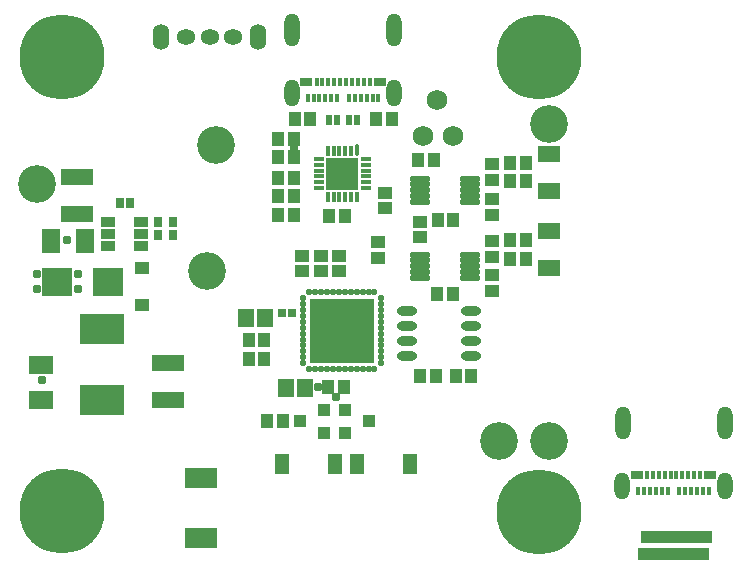
<source format=gbr>
%FSTAX23Y23*%
%MOIN*%
%SFA1B1*%

%IPPOS*%
%AMD82*
4,1,8,0.027600,0.009500,-0.027600,0.009500,-0.032900,0.004100,-0.032900,-0.004100,-0.027600,-0.009500,0.027600,-0.009500,0.032900,-0.004100,0.032900,0.004100,0.027600,0.009500,0.0*
1,1,0.010756,0.027600,0.004100*
1,1,0.010756,-0.027600,0.004100*
1,1,0.010756,-0.027600,-0.004100*
1,1,0.010756,0.027600,-0.004100*
%
%AMD91*
4,1,8,-0.008900,0.007100,-0.008900,-0.007100,-0.005200,-0.010900,0.005200,-0.010900,0.008900,-0.007100,0.008900,0.007100,0.005200,0.010900,-0.005200,0.010900,-0.008900,0.007100,0.0*
1,1,0.007444,-0.005200,0.007100*
1,1,0.007444,-0.005200,-0.007100*
1,1,0.007444,0.005200,-0.007100*
1,1,0.007444,0.005200,0.007100*
%
%AMD92*
4,1,8,0.007100,0.008900,-0.007100,0.008900,-0.010900,0.005200,-0.010900,-0.005200,-0.007100,-0.008900,0.007100,-0.008900,0.010900,-0.005200,0.010900,0.005200,0.007100,0.008900,0.0*
1,1,0.007444,0.007100,0.005200*
1,1,0.007444,-0.007100,0.005200*
1,1,0.007444,-0.007100,-0.005200*
1,1,0.007444,0.007100,-0.005200*
%
%AMD93*
4,1,8,0.007100,-0.015800,0.007100,0.015800,0.004800,0.018100,-0.004800,0.018100,-0.007100,0.015800,-0.007100,-0.015800,-0.004800,-0.018100,0.004800,-0.018100,0.007100,-0.015800,0.0*
1,1,0.004716,0.004800,-0.015800*
1,1,0.004716,0.004800,0.015800*
1,1,0.004716,-0.004800,0.015800*
1,1,0.004716,-0.004800,-0.015800*
%
%AMD94*
4,1,8,0.007100,-0.016200,0.007100,0.016200,0.004800,0.018500,-0.004800,0.018500,-0.007100,0.016200,-0.007100,-0.016200,-0.004800,-0.018500,0.004800,-0.018500,0.007100,-0.016200,0.0*
1,1,0.004716,0.004800,-0.016200*
1,1,0.004716,0.004800,0.016200*
1,1,0.004716,-0.004800,0.016200*
1,1,0.004716,-0.004800,-0.016200*
%
%AMD95*
4,1,8,0.015800,0.007100,-0.015800,0.007100,-0.018100,0.004800,-0.018100,-0.004800,-0.015800,-0.007100,0.015800,-0.007100,0.018100,-0.004800,0.018100,0.004800,0.015800,0.007100,0.0*
1,1,0.004716,0.015800,0.004800*
1,1,0.004716,-0.015800,0.004800*
1,1,0.004716,-0.015800,-0.004800*
1,1,0.004716,0.015800,-0.004800*
%
%ADD64C,0.068000*%
%ADD65C,0.283591*%
%ADD66O,0.051307X0.090677*%
%ADD67O,0.051307X0.110362*%
%ADD68O,0.055240X0.086740*%
%ADD69O,0.063118X0.051307*%
%ADD70C,0.126110*%
%ADD80R,0.049339X0.070992*%
%ADD81R,0.019811X0.039496*%
G04~CAMADD=82~8~0.0~0.0~658.7~190.2~53.8~0.0~15~0.0~0.0~0.0~0.0~0~0.0~0.0~0.0~0.0~0~0.0~0.0~0.0~0.0~658.7~190.2*
%ADD82D82*%
%ADD83R,0.041465X0.045402*%
%ADD84R,0.074929X0.053276*%
%ADD85R,0.047370X0.043433*%
%ADD86R,0.015811X0.031559*%
%ADD87R,0.043370X0.031559*%
%ADD88R,0.027685X0.031622*%
%ADD89R,0.055181X0.059118*%
%ADD90R,0.216598X0.216598*%
G04~CAMADD=91~8~0.0~0.0~217.2~177.8~37.2~0.0~15~0.0~0.0~0.0~0.0~0~0.0~0.0~0.0~0.0~0~0.0~0.0~0.0~90.0~178.0~218.0*
%ADD91D91*%
G04~CAMADD=92~8~0.0~0.0~217.2~177.8~37.2~0.0~15~0.0~0.0~0.0~0.0~0~0.0~0.0~0.0~0.0~0~0.0~0.0~0.0~0.0~217.2~177.8*
%ADD92D92*%
G04~CAMADD=93~8~0.0~0.0~362.8~142.4~23.6~0.0~15~0.0~0.0~0.0~0.0~0~0.0~0.0~0.0~0.0~0~0.0~0.0~0.0~270.0~142.0~362.0*
%ADD93D93*%
G04~CAMADD=94~8~0.0~0.0~370.7~142.4~23.6~0.0~15~0.0~0.0~0.0~0.0~0~0.0~0.0~0.0~0.0~0~0.0~0.0~0.0~270.0~142.0~370.0*
%ADD94D94*%
G04~CAMADD=95~8~0.0~0.0~362.8~142.4~23.6~0.0~15~0.0~0.0~0.0~0.0~0~0.0~0.0~0.0~0.0~0~0.0~0.0~0.0~0.0~362.8~142.4*
%ADD95D95*%
%ADD96R,0.110299X0.110299*%
%ADD97R,0.145795X0.100520*%
%ADD98R,0.043433X0.047370*%
%ADD99R,0.106425X0.053276*%
%ADD100R,0.104457X0.092646*%
%ADD101R,0.078866X0.059181*%
%ADD102R,0.045402X0.033591*%
%ADD103R,0.031622X0.033197*%
%ADD104R,0.031622X0.037528*%
%ADD105R,0.059181X0.078866*%
%ADD106R,0.045402X0.043433*%
%ADD107R,0.045402X0.041465*%
%ADD108R,0.110362X0.067055*%
%ADD109R,0.043433X0.039496*%
%ADD110O,0.067055X0.031622*%
%ADD111R,0.023748X0.035559*%
%ADD112C,0.031000*%
%ADD113C,0.024000*%
%LNpcb_power_measurement_soldermask_top-1*%
%LPD*%
G54D64*
X03662Y0313D03*
X03762D03*
X0371Y0325D03*
G54D65*
X02461Y0188D03*
X04049Y01875D03*
Y03393D03*
X02461D03*
G54D66*
X04328Y01962D03*
X04669D03*
X03567Y03272D03*
X03227D03*
G54D67*
X04329Y02173D03*
X04669D03*
X03568Y03482D03*
X03228D03*
G54D68*
X02791Y03459D03*
X03114D03*
G54D69*
X03031Y03459D03*
X02874D03*
X02952D03*
G54D70*
X02975Y031D03*
X03918Y02111D03*
X02945Y02677D03*
X02376Y02969D03*
X04085Y02111D03*
Y03169D03*
G54D80*
X03369Y02034D03*
X03194D03*
X03619Y02035D03*
X03444D03*
G54D81*
X04607Y01734D03*
X04587D03*
X04568D03*
X04548D03*
X04528D03*
X04509D03*
X04489D03*
X04469D03*
X0445D03*
X0443D03*
X0441D03*
X0439D03*
X044Y01793D03*
X0442D03*
X0444D03*
X04459D03*
X04479D03*
X04499D03*
X04518D03*
X04538D03*
X04558D03*
X04577D03*
X04597D03*
X04617D03*
G54D82*
X03652Y02733D03*
Y02714D03*
Y02694D03*
Y02674D03*
Y02654D03*
X03821D03*
Y02674D03*
Y02694D03*
Y02714D03*
Y02733D03*
X03652Y02986D03*
Y02967D03*
Y02947D03*
Y02927D03*
Y02908D03*
X03821D03*
Y02927D03*
Y02947D03*
Y02967D03*
Y02986D03*
G54D83*
X03699Y03049D03*
X03648D03*
X03711Y02603D03*
X03762D03*
X04006Y02977D03*
X03955D03*
X04006Y02782D03*
X03955D03*
X04006Y02719D03*
X03955D03*
X03763Y02847D03*
X03712D03*
X04006Y0304D03*
X03955D03*
X03145Y02179D03*
X03196D03*
X03773Y02328D03*
X03824D03*
X03181Y02927D03*
X03232D03*
Y02864D03*
X03181D03*
X03232Y0299D03*
X03181D03*
X03507Y03185D03*
X03559D03*
X03236D03*
X03287D03*
G54D84*
X04085Y02687D03*
Y02812D03*
Y02945D03*
Y03069D03*
G54D85*
X03895Y02665D03*
Y02611D03*
Y02864D03*
Y02917D03*
Y02981D03*
Y03034D03*
Y02777D03*
Y02724D03*
X03513Y02776D03*
Y02723D03*
X03385Y0273D03*
Y02677D03*
X03322Y0273D03*
Y02677D03*
X03259D03*
Y0273D03*
G54D86*
X04597Y01946D03*
X04577D03*
X04558D03*
X04538D03*
X04518D03*
X04617D03*
X04459D03*
X04439D03*
X0442D03*
X044D03*
X0438D03*
X04479D03*
X0441Y01998D03*
X0443D03*
X04449D03*
X04469D03*
X04489D03*
X04528D03*
X04548D03*
X04567D03*
X04587D03*
X04508D03*
X03407Y03307D03*
X03486D03*
X03466D03*
X03446D03*
X03427D03*
X03387D03*
X03368D03*
X03348D03*
X03328D03*
X03309D03*
X03377Y03255D03*
X03279D03*
X03299D03*
X03318D03*
X03338D03*
X03358D03*
X03515D03*
X03417D03*
X03437D03*
X03456D03*
X03476D03*
X03496D03*
G54D87*
X04376Y01998D03*
X04621Y01998D03*
X03519Y03307D03*
X03275Y03307D03*
G54D88*
X03227Y02539D03*
X03192D03*
G54D89*
X03269Y0229D03*
X03206D03*
X03073Y02522D03*
X03136D03*
G54D90*
X03393Y0248D03*
G54D91*
X03285Y02608D03*
X03305D03*
X03324D03*
X03344D03*
X03364D03*
X03383D03*
X03403D03*
X03423D03*
X03442D03*
X03462D03*
X03482D03*
X03501D03*
Y02351D03*
X03482D03*
X03462D03*
X03442D03*
X03423D03*
X03403D03*
X03383D03*
X03364D03*
X03344D03*
X03324D03*
X03305D03*
X03285D03*
G54D92*
X03522Y02588D03*
Y02568D03*
Y02549D03*
Y02529D03*
Y02509D03*
Y0249D03*
Y0247D03*
Y0245D03*
Y02431D03*
Y02411D03*
Y02391D03*
Y02372D03*
X03265D03*
Y02391D03*
Y02411D03*
Y02431D03*
Y0245D03*
Y0247D03*
Y0249D03*
Y02509D03*
Y02529D03*
Y02549D03*
Y02568D03*
Y02588D03*
G54D93*
X03405Y0308D03*
X03425D03*
X03385D03*
X03366D03*
X03346D03*
X03385Y02926D03*
X03366D03*
X03346D03*
X03405D03*
X03425D03*
X03444D03*
G54D94*
X03444Y03081D03*
G54D95*
X03318Y03013D03*
Y03033D03*
Y03053D03*
Y02994D03*
Y02974D03*
Y02954D03*
X03472Y02994D03*
Y02974D03*
Y02954D03*
Y03013D03*
Y03033D03*
Y03053D03*
G54D96*
X03395Y03003D03*
G54D97*
X02594Y02485D03*
Y02249D03*
G54D98*
X03347Y02293D03*
X034D03*
X03655Y02328D03*
X03708D03*
X03082Y02384D03*
X03135D03*
X03082Y0245D03*
X03135D03*
X03404Y02862D03*
X03351D03*
X03233Y03057D03*
X0318D03*
Y0312D03*
X03233D03*
G54D99*
X02815Y02373D03*
Y02249D03*
X02511Y02868D03*
Y02992D03*
G54D100*
X02445Y02643D03*
X02615D03*
G54D101*
X0239Y0225D03*
Y02364D03*
G54D102*
X02615Y02763D03*
Y02803D03*
Y02842D03*
X02723D03*
Y02803D03*
Y02763D03*
G54D103*
X02687Y02905D03*
X02652D03*
G54D104*
X0283Y02842D03*
Y02797D03*
X02781D03*
Y02842D03*
G54D105*
X02423Y0278D03*
X02537D03*
G54D106*
X02727Y02564D03*
Y02688D03*
G54D107*
X03652Y02791D03*
Y02842D03*
X03537Y02889D03*
Y0294D03*
G54D108*
X02924Y0199D03*
Y01789D03*
G54D109*
X03253Y02178D03*
X03332Y02215D03*
Y0214D03*
X03482Y02178D03*
X03403Y0214D03*
Y02215D03*
G54D110*
X03823Y02396D03*
Y02446D03*
Y02496D03*
Y02546D03*
X03611Y02396D03*
Y02446D03*
Y02496D03*
Y02546D03*
G54D111*
X03444Y03183D03*
X03417D03*
X0335D03*
X03377D03*
G54D112*
X03232Y03089D03*
X02514Y02617D03*
Y02667D03*
X02376Y02619D03*
Y02667D03*
X02477Y02782D03*
X02392Y02316D03*
X03374Y02257D03*
X03313Y02291D03*
G54D113*
X03357Y02516D03*
X0343D03*
X0332D03*
X03319Y02443D03*
X03357D03*
X0343D03*
X03392D03*
X03466D03*
X0343Y02406D03*
Y02479D03*
X03357Y02556D03*
X0343Y02555D03*
X03466Y02516D03*
X03393D03*
X03357Y02479D03*
Y02406D03*
X0337Y03003D03*
X03395Y02978D03*
Y03028D03*
X0342Y03003D03*
X03395D03*
M02*
</source>
